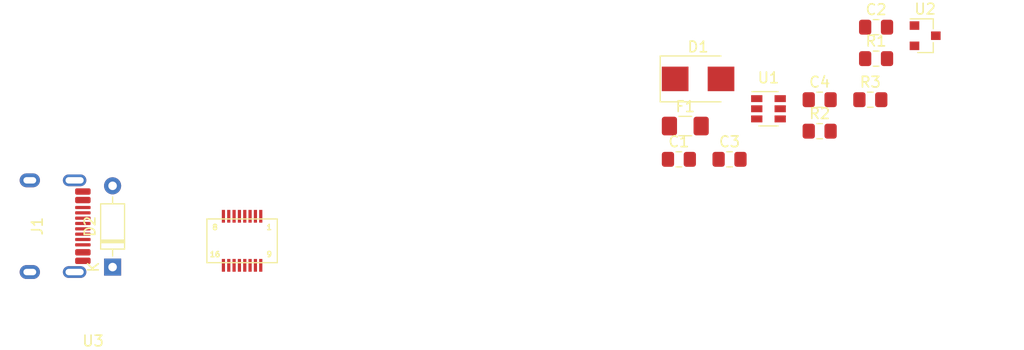
<source format=kicad_pcb>
(kicad_pcb (version 20171130) (host pcbnew "(5.1.6)-1")

  (general
    (thickness 1.6)
    (drawings 0)
    (tracks 0)
    (zones 0)
    (modules 14)
    (nets 14)
  )

  (page A4)
  (layers
    (0 F.Cu signal)
    (31 B.Cu signal)
    (32 B.Adhes user)
    (33 F.Adhes user)
    (34 B.Paste user)
    (35 F.Paste user)
    (36 B.SilkS user)
    (37 F.SilkS user)
    (38 B.Mask user)
    (39 F.Mask user)
    (40 Dwgs.User user)
    (41 Cmts.User user)
    (42 Eco1.User user)
    (43 Eco2.User user)
    (44 Edge.Cuts user)
    (45 Margin user)
    (46 B.CrtYd user)
    (47 F.CrtYd user)
    (48 B.Fab user)
    (49 F.Fab user)
  )

  (setup
    (last_trace_width 0.25)
    (trace_clearance 0.2)
    (zone_clearance 0.508)
    (zone_45_only no)
    (trace_min 0.2)
    (via_size 0.8)
    (via_drill 0.4)
    (via_min_size 0.4)
    (via_min_drill 0.3)
    (uvia_size 0.3)
    (uvia_drill 0.1)
    (uvias_allowed no)
    (uvia_min_size 0.2)
    (uvia_min_drill 0.1)
    (edge_width 0.05)
    (segment_width 0.2)
    (pcb_text_width 0.3)
    (pcb_text_size 1.5 1.5)
    (mod_edge_width 0.12)
    (mod_text_size 1 1)
    (mod_text_width 0.15)
    (pad_size 1.524 1.524)
    (pad_drill 0.762)
    (pad_to_mask_clearance 0.05)
    (aux_axis_origin 0 0)
    (visible_elements FFFFF77F)
    (pcbplotparams
      (layerselection 0x010fc_ffffffff)
      (usegerberextensions false)
      (usegerberattributes true)
      (usegerberadvancedattributes true)
      (creategerberjobfile true)
      (excludeedgelayer true)
      (linewidth 0.100000)
      (plotframeref false)
      (viasonmask false)
      (mode 1)
      (useauxorigin false)
      (hpglpennumber 1)
      (hpglpenspeed 20)
      (hpglpendiameter 15.000000)
      (psnegative false)
      (psa4output false)
      (plotreference true)
      (plotvalue true)
      (plotinvisibletext false)
      (padsonsilk false)
      (subtractmaskfromsilk false)
      (outputformat 1)
      (mirror false)
      (drillshape 1)
      (scaleselection 1)
      (outputdirectory ""))
  )

  (net 0 "")
  (net 1 GND)
  (net 2 "Net-(C1-Pad1)")
  (net 3 "Net-(C2-Pad1)")
  (net 4 VBUS)
  (net 5 3.3V)
  (net 6 "Net-(J1-PadA5)")
  (net 7 "Net-(J1-PadB5)")
  (net 8 DBUS-)
  (net 9 DBUS+)
  (net 10 D+)
  (net 11 D-)
  (net 12 "Net-(J1-PadB8)")
  (net 13 "Net-(J1-PadA8)")

  (net_class Default "This is the default net class."
    (clearance 0.2)
    (trace_width 0.25)
    (via_dia 0.8)
    (via_drill 0.4)
    (uvia_dia 0.3)
    (uvia_drill 0.1)
    (add_net 3.3V)
    (add_net D+)
    (add_net D-)
    (add_net DBUS+)
    (add_net DBUS-)
    (add_net GND)
    (add_net "Net-(C1-Pad1)")
    (add_net "Net-(C2-Pad1)")
    (add_net "Net-(J1-PadA5)")
    (add_net "Net-(J1-PadA8)")
    (add_net "Net-(J1-PadB5)")
    (add_net "Net-(J1-PadB8)")
    (add_net VBUS)
  )

  (module Wii-BL-Lib:WML-C43 (layer F.Cu) (tedit 5F517DF0) (tstamp 5F518607)
    (at 210.9216 41.49344)
    (path /5F51A09E)
    (fp_text reference U3 (at -13.97 9.39) (layer F.SilkS)
      (effects (font (size 1 1) (thickness 0.15)))
    )
    (fp_text value WML-C43 (at -13.97 8.39) (layer F.Fab)
      (effects (font (size 1 1) (thickness 0.15)))
    )
    (fp_text user 16 (at -2.54 1.27) (layer F.SilkS)
      (effects (font (size 0.5 0.5) (thickness 0.125)))
    )
    (fp_text user 9 (at 2.54 1.27) (layer F.SilkS)
      (effects (font (size 0.5 0.5) (thickness 0.125)))
    )
    (fp_text user 8 (at -2.54 -1.27) (layer F.SilkS)
      (effects (font (size 0.5 0.5) (thickness 0.125)))
    )
    (fp_text user 1 (at 2.54 -1.27) (layer F.SilkS)
      (effects (font (size 0.5 0.5) (thickness 0.125)))
    )
    (fp_line (start -3.3 -2.05) (end -3.3 2.05) (layer F.SilkS) (width 0.12))
    (fp_line (start 3.3 2.05) (end -3.3 2.05) (layer F.SilkS) (width 0.12))
    (fp_line (start 3.3 2.05) (end 3.3 -2.05) (layer F.SilkS) (width 0.12))
    (fp_line (start -3.3 -2.05) (end 3.3 -2.05) (layer F.SilkS) (width 0.12))
    (pad 9 smd rect (at 1.75 2.3) (size 0.3 1.2) (layers F.Cu F.Paste F.Mask))
    (pad 10 smd rect (at 1.25 2.3) (size 0.3 1.2) (layers F.Cu F.Paste F.Mask))
    (pad 16 smd rect (at -1.75 2.3) (size 0.3 1.2) (layers F.Cu F.Paste F.Mask))
    (pad 14 smd rect (at -0.75 2.3) (size 0.3 1.2) (layers F.Cu F.Paste F.Mask))
    (pad 11 smd rect (at 0.75 2.3) (size 0.3 1.2) (layers F.Cu F.Paste F.Mask))
    (pad 15 smd rect (at -1.25 2.3) (size 0.3 1.2) (layers F.Cu F.Paste F.Mask))
    (pad 13 smd rect (at -0.25 2.3) (size 0.3 1.2) (layers F.Cu F.Paste F.Mask))
    (pad 12 smd rect (at 0.25 2.3) (size 0.3 1.2) (layers F.Cu F.Paste F.Mask))
    (pad 8 smd rect (at -1.75 -2.3) (size 0.3 1.2) (layers F.Cu F.Paste F.Mask))
    (pad 7 smd rect (at -1.25 -2.3) (size 0.3 1.2) (layers F.Cu F.Paste F.Mask))
    (pad 6 smd rect (at -0.75 -2.3) (size 0.3 1.2) (layers F.Cu F.Paste F.Mask))
    (pad 5 smd rect (at -0.25 -2.3) (size 0.3 1.2) (layers F.Cu F.Paste F.Mask))
    (pad 4 smd rect (at 0.25 -2.3) (size 0.3 1.2) (layers F.Cu F.Paste F.Mask))
    (pad 3 smd rect (at 0.75 -2.3) (size 0.3 1.2) (layers F.Cu F.Paste F.Mask))
    (pad 2 smd rect (at 1.25 -2.3) (size 0.3 1.2) (layers F.Cu F.Paste F.Mask))
    (pad 1 smd rect (at 1.75 -2.3) (size 0.3 1.2) (layers F.Cu F.Paste F.Mask))
  )

  (module acheron_Connectors:TYPE-C-31-M-12 (layer F.Cu) (tedit 5DF7FEB0) (tstamp 5F518AFF)
    (at 196.71792 40.12184 270)
    (path /5F2C575E)
    (fp_text reference J1 (at 0 5 90) (layer F.SilkS)
      (effects (font (size 1 1) (thickness 0.15)))
    )
    (fp_text value TYPE-C-31-M12_13 (at 0.05 7.35 90) (layer F.Fab)
      (effects (font (size 0.5 0.5) (thickness 0.125)))
    )
    (fp_text user "KEEPOUT ZONE" (at 0 4 90) (layer F.Fab)
      (effects (font (size 0.5 0.5) (thickness 0.125)))
    )
    (fp_line (start 4.8 8.42) (end -4.8 8.42) (layer Cmts.User) (width 0.15))
    (fp_line (start -5 1.4) (end -5 6.8) (layer F.Fab) (width 0.12))
    (fp_line (start -5 6.8) (end 5 6.8) (layer F.Fab) (width 0.12))
    (fp_line (start 5 6.8) (end 5 1.4) (layer F.Fab) (width 0.12))
    (fp_line (start 5 1.4) (end -5 1.4) (layer F.Fab) (width 0.12))
    (fp_line (start -5 5.5) (end -0.9 1.4) (layer F.Fab) (width 0.05))
    (fp_line (start -5 4.5) (end -1.9 1.4) (layer F.Fab) (width 0.05))
    (fp_line (start -4.3 6.8) (end -1.9 4.5) (layer F.Fab) (width 0.05))
    (fp_line (start -5 3.5) (end -2.9 1.4) (layer F.Fab) (width 0.05))
    (fp_line (start -5 2.5) (end -3.9 1.4) (layer F.Fab) (width 0.05))
    (fp_line (start -0.9 3.4) (end 1.1 1.4) (layer F.Fab) (width 0.05))
    (fp_line (start -1.9 3.4) (end 0.1 1.4) (layer F.Fab) (width 0.05))
    (fp_line (start -5 6.5) (end -2.9 4.5) (layer F.Fab) (width 0.05))
    (fp_line (start -3.3 6.8) (end -0.9 4.5) (layer F.Fab) (width 0.05))
    (fp_line (start 0.1 3.4) (end 2.1 1.4) (layer F.Fab) (width 0.05))
    (fp_line (start 1.1 3.4) (end 3.1 1.4) (layer F.Fab) (width 0.05))
    (fp_line (start -2.3 6.8) (end 0.1 4.5) (layer F.Fab) (width 0.05))
    (fp_line (start -1.3 6.8) (end 1.1 4.5) (layer F.Fab) (width 0.05))
    (fp_line (start 2.1 3.4) (end 4.1 1.4) (layer F.Fab) (width 0.05))
    (fp_line (start 3.1 3.4) (end 5 1.5) (layer F.Fab) (width 0.05))
    (fp_line (start -0.3 6.8) (end 2.1 4.5) (layer F.Fab) (width 0.05))
    (fp_line (start 0.7 6.8) (end 5 2.5) (layer F.Fab) (width 0.05))
    (fp_line (start 1.7 6.8) (end 5 3.5) (layer F.Fab) (width 0.05))
    (fp_line (start 2.7 6.8) (end 5 4.5) (layer F.Fab) (width 0.05))
    (fp_line (start 3.7 6.8) (end 5 5.5) (layer F.Fab) (width 0.05))
    (pad S thru_hole oval (at 4.3 1.5 270) (size 1.1 2.2) (drill oval 0.6 1.7) (layers *.Cu *.Mask)
      (net 2 "Net-(C1-Pad1)"))
    (pad S thru_hole oval (at 4.3 5.7 270) (size 1.3 1.9) (drill oval 0.6 1.2) (layers *.Cu *.Mask)
      (net 2 "Net-(C1-Pad1)"))
    (pad "" np_thru_hole circle (at 2.89 2.051 270) (size 0.65 0.65) (drill 0.65) (layers *.Cu *.Mask))
    (pad "" np_thru_hole circle (at -2.89 2.051 270) (size 0.65 0.65) (drill 0.65) (layers *.Cu *.Mask))
    (pad S thru_hole oval (at -4.3 5.7 270) (size 1.3 1.9) (drill oval 0.6 1.2) (layers *.Cu *.Mask)
      (net 2 "Net-(C1-Pad1)"))
    (pad A1 smd roundrect (at -3.25 1.275 270) (size 0.6 1.45) (drill (offset 0 -0.55)) (layers F.Cu F.Paste F.Mask) (roundrect_rratio 0.25)
      (net 1 GND))
    (pad B8 smd roundrect (at -1.75 1.275 270) (size 0.3 1.45) (drill (offset 0 -0.55)) (layers F.Cu F.Paste F.Mask) (roundrect_rratio 0.25)
      (net 12 "Net-(J1-PadB8)"))
    (pad A5 smd roundrect (at -1.25 1.275 270) (size 0.3 1.45) (drill (offset 0 -0.55)) (layers F.Cu F.Paste F.Mask) (roundrect_rratio 0.25)
      (net 6 "Net-(J1-PadA5)"))
    (pad B7 smd roundrect (at -0.75 1.275 270) (size 0.3 1.45) (drill (offset 0 -0.55)) (layers F.Cu F.Paste F.Mask) (roundrect_rratio 0.25)
      (net 8 DBUS-))
    (pad A6 smd roundrect (at -0.254 1.275 270) (size 0.3 1.45) (drill (offset 0 -0.55)) (layers F.Cu F.Paste F.Mask) (roundrect_rratio 0.25)
      (net 9 DBUS+))
    (pad B5 smd roundrect (at 1.75 1.275 270) (size 0.3 1.45) (drill (offset 0 -0.55)) (layers F.Cu F.Paste F.Mask) (roundrect_rratio 0.25)
      (net 7 "Net-(J1-PadB5)"))
    (pad A8 smd roundrect (at 1.25 1.275 270) (size 0.3 1.45) (drill (offset 0 -0.55)) (layers F.Cu F.Paste F.Mask) (roundrect_rratio 0.25)
      (net 13 "Net-(J1-PadA8)"))
    (pad B6 smd roundrect (at 0.75 1.275 270) (size 0.3 1.45) (drill (offset 0 -0.55)) (layers F.Cu F.Paste F.Mask) (roundrect_rratio 0.25)
      (net 9 DBUS+))
    (pad A7 smd roundrect (at 0.25 1.275 270) (size 0.3 1.45) (drill (offset 0 -0.55)) (layers F.Cu F.Paste F.Mask) (roundrect_rratio 0.25)
      (net 8 DBUS-))
    (pad S thru_hole oval (at -4.3 1.5 270) (size 1.1 2.2) (drill oval 0.6 1.7) (layers *.Cu *.Mask)
      (net 2 "Net-(C1-Pad1)"))
    (pad A4 smd roundrect (at -2.45 1.275 270) (size 0.6 1.45) (drill (offset 0 -0.55)) (layers F.Cu F.Paste F.Mask) (roundrect_rratio 0.25)
      (net 4 VBUS))
    (pad B1 smd roundrect (at 3.25 1.275 270) (size 0.6 1.45) (drill (offset 0 -0.55)) (layers F.Cu F.Paste F.Mask) (roundrect_rratio 0.25)
      (net 1 GND))
    (pad B4 smd roundrect (at 2.45 1.275 270) (size 0.6 1.45) (drill (offset 0 -0.55)) (layers F.Cu F.Paste F.Mask) (roundrect_rratio 0.25)
      (net 4 VBUS))
    (model ":Acheron 3D models:TYPE-C-31-M-12.step"
      (offset (xyz -4.46 -8.25 0))
      (scale (xyz 1 1 1))
      (rotate (xyz -90 0 0))
    )
  )

  (module Package_TO_SOT_SMD:SOT-23 (layer F.Cu) (tedit 5A02FF57) (tstamp 5F5185EB)
    (at 274.96656 22.26312)
    (descr "SOT-23, Standard")
    (tags SOT-23)
    (path /5F2C71DA)
    (attr smd)
    (fp_text reference U2 (at 0 -2.5) (layer F.SilkS)
      (effects (font (size 1 1) (thickness 0.15)))
    )
    (fp_text value MCP1700-3302E_SOT23 (at 0 2.5) (layer F.Fab)
      (effects (font (size 1 1) (thickness 0.15)))
    )
    (fp_text user %R (at 0 0 90) (layer F.Fab)
      (effects (font (size 0.5 0.5) (thickness 0.075)))
    )
    (fp_line (start -0.7 -0.95) (end -0.7 1.5) (layer F.Fab) (width 0.1))
    (fp_line (start -0.15 -1.52) (end 0.7 -1.52) (layer F.Fab) (width 0.1))
    (fp_line (start -0.7 -0.95) (end -0.15 -1.52) (layer F.Fab) (width 0.1))
    (fp_line (start 0.7 -1.52) (end 0.7 1.52) (layer F.Fab) (width 0.1))
    (fp_line (start -0.7 1.52) (end 0.7 1.52) (layer F.Fab) (width 0.1))
    (fp_line (start 0.76 1.58) (end 0.76 0.65) (layer F.SilkS) (width 0.12))
    (fp_line (start 0.76 -1.58) (end 0.76 -0.65) (layer F.SilkS) (width 0.12))
    (fp_line (start -1.7 -1.75) (end 1.7 -1.75) (layer F.CrtYd) (width 0.05))
    (fp_line (start 1.7 -1.75) (end 1.7 1.75) (layer F.CrtYd) (width 0.05))
    (fp_line (start 1.7 1.75) (end -1.7 1.75) (layer F.CrtYd) (width 0.05))
    (fp_line (start -1.7 1.75) (end -1.7 -1.75) (layer F.CrtYd) (width 0.05))
    (fp_line (start 0.76 -1.58) (end -1.4 -1.58) (layer F.SilkS) (width 0.12))
    (fp_line (start 0.76 1.58) (end -0.7 1.58) (layer F.SilkS) (width 0.12))
    (pad 3 smd rect (at 1 0) (size 0.9 0.8) (layers F.Cu F.Paste F.Mask)
      (net 3 "Net-(C2-Pad1)"))
    (pad 2 smd rect (at -1 0.95) (size 0.9 0.8) (layers F.Cu F.Paste F.Mask)
      (net 5 3.3V))
    (pad 1 smd rect (at -1 -0.95) (size 0.9 0.8) (layers F.Cu F.Paste F.Mask)
      (net 1 GND))
    (model ${KISYS3DMOD}/Package_TO_SOT_SMD.3dshapes/SOT-23.wrl
      (at (xyz 0 0 0))
      (scale (xyz 1 1 1))
      (rotate (xyz 0 0 0))
    )
  )

  (module Package_TO_SOT_SMD:SOT-23-6 (layer F.Cu) (tedit 5A02FF57) (tstamp 5F5185D6)
    (at 260.27656 29.11312)
    (descr "6-pin SOT-23 package")
    (tags SOT-23-6)
    (path /5F2DA715)
    (attr smd)
    (fp_text reference U1 (at 0 -2.9) (layer F.SilkS)
      (effects (font (size 1 1) (thickness 0.15)))
    )
    (fp_text value USBLC6-2SC6 (at 0 2.9) (layer F.Fab)
      (effects (font (size 1 1) (thickness 0.15)))
    )
    (fp_text user %R (at 0 0 90) (layer F.Fab)
      (effects (font (size 0.5 0.5) (thickness 0.075)))
    )
    (fp_line (start -0.9 1.61) (end 0.9 1.61) (layer F.SilkS) (width 0.12))
    (fp_line (start 0.9 -1.61) (end -1.55 -1.61) (layer F.SilkS) (width 0.12))
    (fp_line (start 1.9 -1.8) (end -1.9 -1.8) (layer F.CrtYd) (width 0.05))
    (fp_line (start 1.9 1.8) (end 1.9 -1.8) (layer F.CrtYd) (width 0.05))
    (fp_line (start -1.9 1.8) (end 1.9 1.8) (layer F.CrtYd) (width 0.05))
    (fp_line (start -1.9 -1.8) (end -1.9 1.8) (layer F.CrtYd) (width 0.05))
    (fp_line (start -0.9 -0.9) (end -0.25 -1.55) (layer F.Fab) (width 0.1))
    (fp_line (start 0.9 -1.55) (end -0.25 -1.55) (layer F.Fab) (width 0.1))
    (fp_line (start -0.9 -0.9) (end -0.9 1.55) (layer F.Fab) (width 0.1))
    (fp_line (start 0.9 1.55) (end -0.9 1.55) (layer F.Fab) (width 0.1))
    (fp_line (start 0.9 -1.55) (end 0.9 1.55) (layer F.Fab) (width 0.1))
    (pad 5 smd rect (at 1.1 0) (size 1.06 0.65) (layers F.Cu F.Paste F.Mask)
      (net 4 VBUS))
    (pad 6 smd rect (at 1.1 -0.95) (size 1.06 0.65) (layers F.Cu F.Paste F.Mask)
      (net 8 DBUS-))
    (pad 4 smd rect (at 1.1 0.95) (size 1.06 0.65) (layers F.Cu F.Paste F.Mask)
      (net 9 DBUS+))
    (pad 3 smd rect (at -1.1 0.95) (size 1.06 0.65) (layers F.Cu F.Paste F.Mask)
      (net 10 D+))
    (pad 2 smd rect (at -1.1 0) (size 1.06 0.65) (layers F.Cu F.Paste F.Mask)
      (net 1 GND))
    (pad 1 smd rect (at -1.1 -0.95) (size 1.06 0.65) (layers F.Cu F.Paste F.Mask)
      (net 11 D-))
    (model ${KISYS3DMOD}/Package_TO_SOT_SMD.3dshapes/SOT-23-6.wrl
      (at (xyz 0 0 0))
      (scale (xyz 1 1 1))
      (rotate (xyz 0 0 0))
    )
  )

  (module Resistor_SMD:R_0805_2012Metric_Pad1.15x1.40mm_HandSolder (layer F.Cu) (tedit 5B36C52B) (tstamp 5F5185C0)
    (at 269.82656 28.26312)
    (descr "Resistor SMD 0805 (2012 Metric), square (rectangular) end terminal, IPC_7351 nominal with elongated pad for handsoldering. (Body size source: https://docs.google.com/spreadsheets/d/1BsfQQcO9C6DZCsRaXUlFlo91Tg2WpOkGARC1WS5S8t0/edit?usp=sharing), generated with kicad-footprint-generator")
    (tags "resistor handsolder")
    (path /5F2C9025)
    (attr smd)
    (fp_text reference R3 (at 0 -1.65) (layer F.SilkS)
      (effects (font (size 1 1) (thickness 0.15)))
    )
    (fp_text value 5.1k (at 0 1.65) (layer F.Fab)
      (effects (font (size 1 1) (thickness 0.15)))
    )
    (fp_text user %R (at 0 0) (layer F.Fab)
      (effects (font (size 0.5 0.5) (thickness 0.08)))
    )
    (fp_line (start -1 0.6) (end -1 -0.6) (layer F.Fab) (width 0.1))
    (fp_line (start -1 -0.6) (end 1 -0.6) (layer F.Fab) (width 0.1))
    (fp_line (start 1 -0.6) (end 1 0.6) (layer F.Fab) (width 0.1))
    (fp_line (start 1 0.6) (end -1 0.6) (layer F.Fab) (width 0.1))
    (fp_line (start -0.261252 -0.71) (end 0.261252 -0.71) (layer F.SilkS) (width 0.12))
    (fp_line (start -0.261252 0.71) (end 0.261252 0.71) (layer F.SilkS) (width 0.12))
    (fp_line (start -1.85 0.95) (end -1.85 -0.95) (layer F.CrtYd) (width 0.05))
    (fp_line (start -1.85 -0.95) (end 1.85 -0.95) (layer F.CrtYd) (width 0.05))
    (fp_line (start 1.85 -0.95) (end 1.85 0.95) (layer F.CrtYd) (width 0.05))
    (fp_line (start 1.85 0.95) (end -1.85 0.95) (layer F.CrtYd) (width 0.05))
    (pad 2 smd roundrect (at 1.025 0) (size 1.15 1.4) (layers F.Cu F.Paste F.Mask) (roundrect_rratio 0.217391)
      (net 1 GND))
    (pad 1 smd roundrect (at -1.025 0) (size 1.15 1.4) (layers F.Cu F.Paste F.Mask) (roundrect_rratio 0.217391)
      (net 7 "Net-(J1-PadB5)"))
    (model ${KISYS3DMOD}/Resistor_SMD.3dshapes/R_0805_2012Metric.wrl
      (at (xyz 0 0 0))
      (scale (xyz 1 1 1))
      (rotate (xyz 0 0 0))
    )
  )

  (module Resistor_SMD:R_0805_2012Metric_Pad1.15x1.40mm_HandSolder (layer F.Cu) (tedit 5B36C52B) (tstamp 5F5185AF)
    (at 265.07656 31.21312)
    (descr "Resistor SMD 0805 (2012 Metric), square (rectangular) end terminal, IPC_7351 nominal with elongated pad for handsoldering. (Body size source: https://docs.google.com/spreadsheets/d/1BsfQQcO9C6DZCsRaXUlFlo91Tg2WpOkGARC1WS5S8t0/edit?usp=sharing), generated with kicad-footprint-generator")
    (tags "resistor handsolder")
    (path /5F2C8A1E)
    (attr smd)
    (fp_text reference R2 (at 0 -1.65) (layer F.SilkS)
      (effects (font (size 1 1) (thickness 0.15)))
    )
    (fp_text value 5.1k (at 0 1.65) (layer F.Fab)
      (effects (font (size 1 1) (thickness 0.15)))
    )
    (fp_text user %R (at 0 0) (layer F.Fab)
      (effects (font (size 0.5 0.5) (thickness 0.08)))
    )
    (fp_line (start -1 0.6) (end -1 -0.6) (layer F.Fab) (width 0.1))
    (fp_line (start -1 -0.6) (end 1 -0.6) (layer F.Fab) (width 0.1))
    (fp_line (start 1 -0.6) (end 1 0.6) (layer F.Fab) (width 0.1))
    (fp_line (start 1 0.6) (end -1 0.6) (layer F.Fab) (width 0.1))
    (fp_line (start -0.261252 -0.71) (end 0.261252 -0.71) (layer F.SilkS) (width 0.12))
    (fp_line (start -0.261252 0.71) (end 0.261252 0.71) (layer F.SilkS) (width 0.12))
    (fp_line (start -1.85 0.95) (end -1.85 -0.95) (layer F.CrtYd) (width 0.05))
    (fp_line (start -1.85 -0.95) (end 1.85 -0.95) (layer F.CrtYd) (width 0.05))
    (fp_line (start 1.85 -0.95) (end 1.85 0.95) (layer F.CrtYd) (width 0.05))
    (fp_line (start 1.85 0.95) (end -1.85 0.95) (layer F.CrtYd) (width 0.05))
    (pad 2 smd roundrect (at 1.025 0) (size 1.15 1.4) (layers F.Cu F.Paste F.Mask) (roundrect_rratio 0.217391)
      (net 1 GND))
    (pad 1 smd roundrect (at -1.025 0) (size 1.15 1.4) (layers F.Cu F.Paste F.Mask) (roundrect_rratio 0.217391)
      (net 6 "Net-(J1-PadA5)"))
    (model ${KISYS3DMOD}/Resistor_SMD.3dshapes/R_0805_2012Metric.wrl
      (at (xyz 0 0 0))
      (scale (xyz 1 1 1))
      (rotate (xyz 0 0 0))
    )
  )

  (module Resistor_SMD:R_0805_2012Metric_Pad1.15x1.40mm_HandSolder (layer F.Cu) (tedit 5B36C52B) (tstamp 5F51859E)
    (at 270.36656 24.41312)
    (descr "Resistor SMD 0805 (2012 Metric), square (rectangular) end terminal, IPC_7351 nominal with elongated pad for handsoldering. (Body size source: https://docs.google.com/spreadsheets/d/1BsfQQcO9C6DZCsRaXUlFlo91Tg2WpOkGARC1WS5S8t0/edit?usp=sharing), generated with kicad-footprint-generator")
    (tags "resistor handsolder")
    (path /5F2CB38E)
    (attr smd)
    (fp_text reference R1 (at 0 -1.65) (layer F.SilkS)
      (effects (font (size 1 1) (thickness 0.15)))
    )
    (fp_text value 22k (at 0 1.65) (layer F.Fab)
      (effects (font (size 1 1) (thickness 0.15)))
    )
    (fp_text user %R (at 0 0) (layer F.Fab)
      (effects (font (size 0.5 0.5) (thickness 0.08)))
    )
    (fp_line (start -1 0.6) (end -1 -0.6) (layer F.Fab) (width 0.1))
    (fp_line (start -1 -0.6) (end 1 -0.6) (layer F.Fab) (width 0.1))
    (fp_line (start 1 -0.6) (end 1 0.6) (layer F.Fab) (width 0.1))
    (fp_line (start 1 0.6) (end -1 0.6) (layer F.Fab) (width 0.1))
    (fp_line (start -0.261252 -0.71) (end 0.261252 -0.71) (layer F.SilkS) (width 0.12))
    (fp_line (start -0.261252 0.71) (end 0.261252 0.71) (layer F.SilkS) (width 0.12))
    (fp_line (start -1.85 0.95) (end -1.85 -0.95) (layer F.CrtYd) (width 0.05))
    (fp_line (start -1.85 -0.95) (end 1.85 -0.95) (layer F.CrtYd) (width 0.05))
    (fp_line (start 1.85 -0.95) (end 1.85 0.95) (layer F.CrtYd) (width 0.05))
    (fp_line (start 1.85 0.95) (end -1.85 0.95) (layer F.CrtYd) (width 0.05))
    (pad 2 smd roundrect (at 1.025 0) (size 1.15 1.4) (layers F.Cu F.Paste F.Mask) (roundrect_rratio 0.217391)
      (net 1 GND))
    (pad 1 smd roundrect (at -1.025 0) (size 1.15 1.4) (layers F.Cu F.Paste F.Mask) (roundrect_rratio 0.217391)
      (net 2 "Net-(C1-Pad1)"))
    (model ${KISYS3DMOD}/Resistor_SMD.3dshapes/R_0805_2012Metric.wrl
      (at (xyz 0 0 0))
      (scale (xyz 1 1 1))
      (rotate (xyz 0 0 0))
    )
  )

  (module Fuse:Fuse_1206_3216Metric_Pad1.42x1.75mm_HandSolder (layer F.Cu) (tedit 5B301BBE) (tstamp 5F51858D)
    (at 252.47656 30.73312)
    (descr "Fuse SMD 1206 (3216 Metric), square (rectangular) end terminal, IPC_7351 nominal with elongated pad for handsoldering. (Body size source: http://www.tortai-tech.com/upload/download/2011102023233369053.pdf), generated with kicad-footprint-generator")
    (tags "resistor handsolder")
    (path /5F2CE3C9)
    (attr smd)
    (fp_text reference F1 (at 0 -1.82) (layer F.SilkS)
      (effects (font (size 1 1) (thickness 0.15)))
    )
    (fp_text value Polyfuse_Small (at 0 1.82) (layer F.Fab)
      (effects (font (size 1 1) (thickness 0.15)))
    )
    (fp_text user %R (at 0 0) (layer F.Fab)
      (effects (font (size 0.8 0.8) (thickness 0.12)))
    )
    (fp_line (start -1.6 0.8) (end -1.6 -0.8) (layer F.Fab) (width 0.1))
    (fp_line (start -1.6 -0.8) (end 1.6 -0.8) (layer F.Fab) (width 0.1))
    (fp_line (start 1.6 -0.8) (end 1.6 0.8) (layer F.Fab) (width 0.1))
    (fp_line (start 1.6 0.8) (end -1.6 0.8) (layer F.Fab) (width 0.1))
    (fp_line (start -0.602064 -0.91) (end 0.602064 -0.91) (layer F.SilkS) (width 0.12))
    (fp_line (start -0.602064 0.91) (end 0.602064 0.91) (layer F.SilkS) (width 0.12))
    (fp_line (start -2.45 1.12) (end -2.45 -1.12) (layer F.CrtYd) (width 0.05))
    (fp_line (start -2.45 -1.12) (end 2.45 -1.12) (layer F.CrtYd) (width 0.05))
    (fp_line (start 2.45 -1.12) (end 2.45 1.12) (layer F.CrtYd) (width 0.05))
    (fp_line (start 2.45 1.12) (end -2.45 1.12) (layer F.CrtYd) (width 0.05))
    (pad 2 smd roundrect (at 1.4875 0) (size 1.425 1.75) (layers F.Cu F.Paste F.Mask) (roundrect_rratio 0.175439)
      (net 4 VBUS))
    (pad 1 smd roundrect (at -1.4875 0) (size 1.425 1.75) (layers F.Cu F.Paste F.Mask) (roundrect_rratio 0.175439)
      (net 3 "Net-(C2-Pad1)"))
    (model ${KISYS3DMOD}/Fuse.3dshapes/Fuse_1206_3216Metric.wrl
      (at (xyz 0 0 0))
      (scale (xyz 1 1 1))
      (rotate (xyz 0 0 0))
    )
  )

  (module Diode_THT:D_DO-35_SOD27_P7.62mm_Horizontal (layer F.Cu) (tedit 5AE50CD5) (tstamp 5F51857C)
    (at 198.7804 43.95724 90)
    (descr "Diode, DO-35_SOD27 series, Axial, Horizontal, pin pitch=7.62mm, , length*diameter=4*2mm^2, , http://www.diodes.com/_files/packages/DO-35.pdf")
    (tags "Diode DO-35_SOD27 series Axial Horizontal pin pitch 7.62mm  length 4mm diameter 2mm")
    (path /5F2D59FB)
    (fp_text reference D2 (at 3.81 -2.12 90) (layer F.SilkS)
      (effects (font (size 1 1) (thickness 0.15)))
    )
    (fp_text value 1N914 (at 3.81 2.12 90) (layer F.Fab)
      (effects (font (size 1 1) (thickness 0.15)))
    )
    (fp_text user K (at 0 -1.8 90) (layer F.SilkS)
      (effects (font (size 1 1) (thickness 0.15)))
    )
    (fp_text user K (at 0 -1.8 90) (layer F.Fab)
      (effects (font (size 1 1) (thickness 0.15)))
    )
    (fp_text user %R (at 4.11 0 90) (layer F.Fab)
      (effects (font (size 0.8 0.8) (thickness 0.12)))
    )
    (fp_line (start 1.81 -1) (end 1.81 1) (layer F.Fab) (width 0.1))
    (fp_line (start 1.81 1) (end 5.81 1) (layer F.Fab) (width 0.1))
    (fp_line (start 5.81 1) (end 5.81 -1) (layer F.Fab) (width 0.1))
    (fp_line (start 5.81 -1) (end 1.81 -1) (layer F.Fab) (width 0.1))
    (fp_line (start 0 0) (end 1.81 0) (layer F.Fab) (width 0.1))
    (fp_line (start 7.62 0) (end 5.81 0) (layer F.Fab) (width 0.1))
    (fp_line (start 2.41 -1) (end 2.41 1) (layer F.Fab) (width 0.1))
    (fp_line (start 2.51 -1) (end 2.51 1) (layer F.Fab) (width 0.1))
    (fp_line (start 2.31 -1) (end 2.31 1) (layer F.Fab) (width 0.1))
    (fp_line (start 1.69 -1.12) (end 1.69 1.12) (layer F.SilkS) (width 0.12))
    (fp_line (start 1.69 1.12) (end 5.93 1.12) (layer F.SilkS) (width 0.12))
    (fp_line (start 5.93 1.12) (end 5.93 -1.12) (layer F.SilkS) (width 0.12))
    (fp_line (start 5.93 -1.12) (end 1.69 -1.12) (layer F.SilkS) (width 0.12))
    (fp_line (start 1.04 0) (end 1.69 0) (layer F.SilkS) (width 0.12))
    (fp_line (start 6.58 0) (end 5.93 0) (layer F.SilkS) (width 0.12))
    (fp_line (start 2.41 -1.12) (end 2.41 1.12) (layer F.SilkS) (width 0.12))
    (fp_line (start 2.53 -1.12) (end 2.53 1.12) (layer F.SilkS) (width 0.12))
    (fp_line (start 2.29 -1.12) (end 2.29 1.12) (layer F.SilkS) (width 0.12))
    (fp_line (start -1.05 -1.25) (end -1.05 1.25) (layer F.CrtYd) (width 0.05))
    (fp_line (start -1.05 1.25) (end 8.67 1.25) (layer F.CrtYd) (width 0.05))
    (fp_line (start 8.67 1.25) (end 8.67 -1.25) (layer F.CrtYd) (width 0.05))
    (fp_line (start 8.67 -1.25) (end -1.05 -1.25) (layer F.CrtYd) (width 0.05))
    (pad 2 thru_hole oval (at 7.62 0 90) (size 1.6 1.6) (drill 0.8) (layers *.Cu *.Mask)
      (net 5 3.3V))
    (pad 1 thru_hole rect (at 0 0 90) (size 1.6 1.6) (drill 0.8) (layers *.Cu *.Mask)
      (net 3 "Net-(C2-Pad1)"))
    (model ${KISYS3DMOD}/Diode_THT.3dshapes/D_DO-35_SOD27_P7.62mm_Horizontal.wrl
      (at (xyz 0 0 0))
      (scale (xyz 1 1 1))
      (rotate (xyz 0 0 0))
    )
  )

  (module Diode_SMD:D_SMB (layer F.Cu) (tedit 58645DF3) (tstamp 5F51855D)
    (at 253.67656 26.31312)
    (descr "Diode SMB (DO-214AA)")
    (tags "Diode SMB (DO-214AA)")
    (path /5F2D2EAB)
    (attr smd)
    (fp_text reference D1 (at 0 -3) (layer F.SilkS)
      (effects (font (size 1 1) (thickness 0.15)))
    )
    (fp_text value B260 (at 0 3.1) (layer F.Fab)
      (effects (font (size 1 1) (thickness 0.15)))
    )
    (fp_text user %R (at 0 -3) (layer F.Fab)
      (effects (font (size 1 1) (thickness 0.15)))
    )
    (fp_line (start -3.55 -2.15) (end -3.55 2.15) (layer F.SilkS) (width 0.12))
    (fp_line (start 2.3 2) (end -2.3 2) (layer F.Fab) (width 0.1))
    (fp_line (start -2.3 2) (end -2.3 -2) (layer F.Fab) (width 0.1))
    (fp_line (start 2.3 -2) (end 2.3 2) (layer F.Fab) (width 0.1))
    (fp_line (start 2.3 -2) (end -2.3 -2) (layer F.Fab) (width 0.1))
    (fp_line (start -3.65 -2.25) (end 3.65 -2.25) (layer F.CrtYd) (width 0.05))
    (fp_line (start 3.65 -2.25) (end 3.65 2.25) (layer F.CrtYd) (width 0.05))
    (fp_line (start 3.65 2.25) (end -3.65 2.25) (layer F.CrtYd) (width 0.05))
    (fp_line (start -3.65 2.25) (end -3.65 -2.25) (layer F.CrtYd) (width 0.05))
    (fp_line (start -0.64944 0.00102) (end -1.55114 0.00102) (layer F.Fab) (width 0.1))
    (fp_line (start 0.50118 0.00102) (end 1.4994 0.00102) (layer F.Fab) (width 0.1))
    (fp_line (start -0.64944 -0.79908) (end -0.64944 0.80112) (layer F.Fab) (width 0.1))
    (fp_line (start 0.50118 0.75032) (end 0.50118 -0.79908) (layer F.Fab) (width 0.1))
    (fp_line (start -0.64944 0.00102) (end 0.50118 0.75032) (layer F.Fab) (width 0.1))
    (fp_line (start -0.64944 0.00102) (end 0.50118 -0.79908) (layer F.Fab) (width 0.1))
    (fp_line (start -3.55 2.15) (end 2.15 2.15) (layer F.SilkS) (width 0.12))
    (fp_line (start -3.55 -2.15) (end 2.15 -2.15) (layer F.SilkS) (width 0.12))
    (pad 2 smd rect (at 2.15 0) (size 2.5 2.3) (layers F.Cu F.Paste F.Mask)
      (net 1 GND))
    (pad 1 smd rect (at -2.15 0) (size 2.5 2.3) (layers F.Cu F.Paste F.Mask)
      (net 3 "Net-(C2-Pad1)"))
    (model ${KISYS3DMOD}/Diode_SMD.3dshapes/D_SMB.wrl
      (at (xyz 0 0 0))
      (scale (xyz 1 1 1))
      (rotate (xyz 0 0 0))
    )
  )

  (module Capacitor_SMD:C_0805_2012Metric_Pad1.15x1.40mm_HandSolder (layer F.Cu) (tedit 5B36C52B) (tstamp 5F518545)
    (at 265.07656 28.26312)
    (descr "Capacitor SMD 0805 (2012 Metric), square (rectangular) end terminal, IPC_7351 nominal with elongated pad for handsoldering. (Body size source: https://docs.google.com/spreadsheets/d/1BsfQQcO9C6DZCsRaXUlFlo91Tg2WpOkGARC1WS5S8t0/edit?usp=sharing), generated with kicad-footprint-generator")
    (tags "capacitor handsolder")
    (path /5F2D240F)
    (attr smd)
    (fp_text reference C4 (at 0 -1.65) (layer F.SilkS)
      (effects (font (size 1 1) (thickness 0.15)))
    )
    (fp_text value 100n (at 0 1.65) (layer F.Fab)
      (effects (font (size 1 1) (thickness 0.15)))
    )
    (fp_text user %R (at 0 0) (layer F.Fab)
      (effects (font (size 0.5 0.5) (thickness 0.08)))
    )
    (fp_line (start -1 0.6) (end -1 -0.6) (layer F.Fab) (width 0.1))
    (fp_line (start -1 -0.6) (end 1 -0.6) (layer F.Fab) (width 0.1))
    (fp_line (start 1 -0.6) (end 1 0.6) (layer F.Fab) (width 0.1))
    (fp_line (start 1 0.6) (end -1 0.6) (layer F.Fab) (width 0.1))
    (fp_line (start -0.261252 -0.71) (end 0.261252 -0.71) (layer F.SilkS) (width 0.12))
    (fp_line (start -0.261252 0.71) (end 0.261252 0.71) (layer F.SilkS) (width 0.12))
    (fp_line (start -1.85 0.95) (end -1.85 -0.95) (layer F.CrtYd) (width 0.05))
    (fp_line (start -1.85 -0.95) (end 1.85 -0.95) (layer F.CrtYd) (width 0.05))
    (fp_line (start 1.85 -0.95) (end 1.85 0.95) (layer F.CrtYd) (width 0.05))
    (fp_line (start 1.85 0.95) (end -1.85 0.95) (layer F.CrtYd) (width 0.05))
    (pad 2 smd roundrect (at 1.025 0) (size 1.15 1.4) (layers F.Cu F.Paste F.Mask) (roundrect_rratio 0.217391)
      (net 1 GND))
    (pad 1 smd roundrect (at -1.025 0) (size 1.15 1.4) (layers F.Cu F.Paste F.Mask) (roundrect_rratio 0.217391)
      (net 5 3.3V))
    (model ${KISYS3DMOD}/Capacitor_SMD.3dshapes/C_0805_2012Metric.wrl
      (at (xyz 0 0 0))
      (scale (xyz 1 1 1))
      (rotate (xyz 0 0 0))
    )
  )

  (module Capacitor_SMD:C_0805_2012Metric_Pad1.15x1.40mm_HandSolder (layer F.Cu) (tedit 5B36C52B) (tstamp 5F518534)
    (at 256.62656 33.85312)
    (descr "Capacitor SMD 0805 (2012 Metric), square (rectangular) end terminal, IPC_7351 nominal with elongated pad for handsoldering. (Body size source: https://docs.google.com/spreadsheets/d/1BsfQQcO9C6DZCsRaXUlFlo91Tg2WpOkGARC1WS5S8t0/edit?usp=sharing), generated with kicad-footprint-generator")
    (tags "capacitor handsolder")
    (path /5F2DD7DE)
    (attr smd)
    (fp_text reference C3 (at 0 -1.65) (layer F.SilkS)
      (effects (font (size 1 1) (thickness 0.15)))
    )
    (fp_text value 100n (at 0 1.65) (layer F.Fab)
      (effects (font (size 1 1) (thickness 0.15)))
    )
    (fp_text user %R (at 0 0) (layer F.Fab)
      (effects (font (size 0.5 0.5) (thickness 0.08)))
    )
    (fp_line (start -1 0.6) (end -1 -0.6) (layer F.Fab) (width 0.1))
    (fp_line (start -1 -0.6) (end 1 -0.6) (layer F.Fab) (width 0.1))
    (fp_line (start 1 -0.6) (end 1 0.6) (layer F.Fab) (width 0.1))
    (fp_line (start 1 0.6) (end -1 0.6) (layer F.Fab) (width 0.1))
    (fp_line (start -0.261252 -0.71) (end 0.261252 -0.71) (layer F.SilkS) (width 0.12))
    (fp_line (start -0.261252 0.71) (end 0.261252 0.71) (layer F.SilkS) (width 0.12))
    (fp_line (start -1.85 0.95) (end -1.85 -0.95) (layer F.CrtYd) (width 0.05))
    (fp_line (start -1.85 -0.95) (end 1.85 -0.95) (layer F.CrtYd) (width 0.05))
    (fp_line (start 1.85 -0.95) (end 1.85 0.95) (layer F.CrtYd) (width 0.05))
    (fp_line (start 1.85 0.95) (end -1.85 0.95) (layer F.CrtYd) (width 0.05))
    (pad 2 smd roundrect (at 1.025 0) (size 1.15 1.4) (layers F.Cu F.Paste F.Mask) (roundrect_rratio 0.217391)
      (net 4 VBUS))
    (pad 1 smd roundrect (at -1.025 0) (size 1.15 1.4) (layers F.Cu F.Paste F.Mask) (roundrect_rratio 0.217391)
      (net 1 GND))
    (model ${KISYS3DMOD}/Capacitor_SMD.3dshapes/C_0805_2012Metric.wrl
      (at (xyz 0 0 0))
      (scale (xyz 1 1 1))
      (rotate (xyz 0 0 0))
    )
  )

  (module Capacitor_SMD:C_0805_2012Metric_Pad1.15x1.40mm_HandSolder (layer F.Cu) (tedit 5B36C52B) (tstamp 5F518523)
    (at 270.36656 21.46312)
    (descr "Capacitor SMD 0805 (2012 Metric), square (rectangular) end terminal, IPC_7351 nominal with elongated pad for handsoldering. (Body size source: https://docs.google.com/spreadsheets/d/1BsfQQcO9C6DZCsRaXUlFlo91Tg2WpOkGARC1WS5S8t0/edit?usp=sharing), generated with kicad-footprint-generator")
    (tags "capacitor handsolder")
    (path /5F2D1284)
    (attr smd)
    (fp_text reference C2 (at 0 -1.65) (layer F.SilkS)
      (effects (font (size 1 1) (thickness 0.15)))
    )
    (fp_text value 100n (at 0 1.65) (layer F.Fab)
      (effects (font (size 1 1) (thickness 0.15)))
    )
    (fp_text user %R (at 0 0) (layer F.Fab)
      (effects (font (size 0.5 0.5) (thickness 0.08)))
    )
    (fp_line (start -1 0.6) (end -1 -0.6) (layer F.Fab) (width 0.1))
    (fp_line (start -1 -0.6) (end 1 -0.6) (layer F.Fab) (width 0.1))
    (fp_line (start 1 -0.6) (end 1 0.6) (layer F.Fab) (width 0.1))
    (fp_line (start 1 0.6) (end -1 0.6) (layer F.Fab) (width 0.1))
    (fp_line (start -0.261252 -0.71) (end 0.261252 -0.71) (layer F.SilkS) (width 0.12))
    (fp_line (start -0.261252 0.71) (end 0.261252 0.71) (layer F.SilkS) (width 0.12))
    (fp_line (start -1.85 0.95) (end -1.85 -0.95) (layer F.CrtYd) (width 0.05))
    (fp_line (start -1.85 -0.95) (end 1.85 -0.95) (layer F.CrtYd) (width 0.05))
    (fp_line (start 1.85 -0.95) (end 1.85 0.95) (layer F.CrtYd) (width 0.05))
    (fp_line (start 1.85 0.95) (end -1.85 0.95) (layer F.CrtYd) (width 0.05))
    (pad 2 smd roundrect (at 1.025 0) (size 1.15 1.4) (layers F.Cu F.Paste F.Mask) (roundrect_rratio 0.217391)
      (net 1 GND))
    (pad 1 smd roundrect (at -1.025 0) (size 1.15 1.4) (layers F.Cu F.Paste F.Mask) (roundrect_rratio 0.217391)
      (net 3 "Net-(C2-Pad1)"))
    (model ${KISYS3DMOD}/Capacitor_SMD.3dshapes/C_0805_2012Metric.wrl
      (at (xyz 0 0 0))
      (scale (xyz 1 1 1))
      (rotate (xyz 0 0 0))
    )
  )

  (module Capacitor_SMD:C_0805_2012Metric_Pad1.15x1.40mm_HandSolder (layer F.Cu) (tedit 5B36C52B) (tstamp 5F518512)
    (at 251.87656 33.85312)
    (descr "Capacitor SMD 0805 (2012 Metric), square (rectangular) end terminal, IPC_7351 nominal with elongated pad for handsoldering. (Body size source: https://docs.google.com/spreadsheets/d/1BsfQQcO9C6DZCsRaXUlFlo91Tg2WpOkGARC1WS5S8t0/edit?usp=sharing), generated with kicad-footprint-generator")
    (tags "capacitor handsolder")
    (path /5F2CBA7F)
    (attr smd)
    (fp_text reference C1 (at 0 -1.65) (layer F.SilkS)
      (effects (font (size 1 1) (thickness 0.15)))
    )
    (fp_text value 4.7n (at 0 1.65) (layer F.Fab)
      (effects (font (size 1 1) (thickness 0.15)))
    )
    (fp_text user %R (at 0 0) (layer F.Fab)
      (effects (font (size 0.5 0.5) (thickness 0.08)))
    )
    (fp_line (start -1 0.6) (end -1 -0.6) (layer F.Fab) (width 0.1))
    (fp_line (start -1 -0.6) (end 1 -0.6) (layer F.Fab) (width 0.1))
    (fp_line (start 1 -0.6) (end 1 0.6) (layer F.Fab) (width 0.1))
    (fp_line (start 1 0.6) (end -1 0.6) (layer F.Fab) (width 0.1))
    (fp_line (start -0.261252 -0.71) (end 0.261252 -0.71) (layer F.SilkS) (width 0.12))
    (fp_line (start -0.261252 0.71) (end 0.261252 0.71) (layer F.SilkS) (width 0.12))
    (fp_line (start -1.85 0.95) (end -1.85 -0.95) (layer F.CrtYd) (width 0.05))
    (fp_line (start -1.85 -0.95) (end 1.85 -0.95) (layer F.CrtYd) (width 0.05))
    (fp_line (start 1.85 -0.95) (end 1.85 0.95) (layer F.CrtYd) (width 0.05))
    (fp_line (start 1.85 0.95) (end -1.85 0.95) (layer F.CrtYd) (width 0.05))
    (pad 2 smd roundrect (at 1.025 0) (size 1.15 1.4) (layers F.Cu F.Paste F.Mask) (roundrect_rratio 0.217391)
      (net 1 GND))
    (pad 1 smd roundrect (at -1.025 0) (size 1.15 1.4) (layers F.Cu F.Paste F.Mask) (roundrect_rratio 0.217391)
      (net 2 "Net-(C1-Pad1)"))
    (model ${KISYS3DMOD}/Capacitor_SMD.3dshapes/C_0805_2012Metric.wrl
      (at (xyz 0 0 0))
      (scale (xyz 1 1 1))
      (rotate (xyz 0 0 0))
    )
  )

)

</source>
